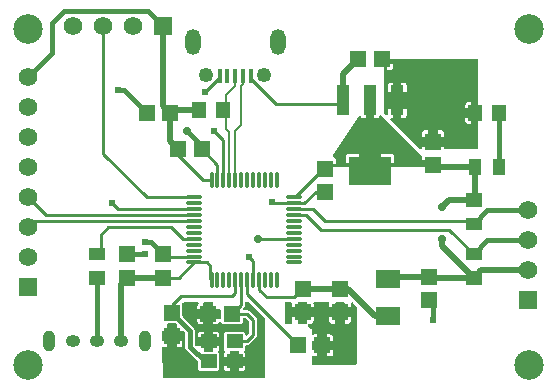
<source format=gtl>
G04 Layer: TopLayer*
G04 EasyEDA v6.5.39, 2024-01-11 12:10:10*
G04 6726c83836ac4f208e7d9a6969430780,b65fc79a3ba447d2aedd2257ff82dca6,10*
G04 Gerber Generator version 0.2*
G04 Scale: 100 percent, Rotated: No, Reflected: No *
G04 Dimensions in millimeters *
G04 leading zeros omitted , absolute positions ,4 integer and 5 decimal *
%FSLAX45Y45*%
%MOMM*%

%AMMACRO1*21,1,$1,$2,0,0,$3*%
%ADD10C,0.2540*%
%ADD11C,0.3810*%
%ADD12C,0.5080*%
%ADD13C,0.1270*%
%ADD14R,2.0000X1.6002*%
%ADD15MACRO1,1.35X1.41X-90.0000*%
%ADD16MACRO1,1.35X1.41X0.0000*%
%ADD17R,1.3500X1.4100*%
%ADD18MACRO1,1.35X1.41X90.0000*%
%ADD19R,1.0000X1.3995*%
%ADD20MACRO1,1.377X1.1325X0.0000*%
%ADD21R,1.3770X1.1325*%
%ADD22MACRO1,1.377X1.1325X90.0000*%
%ADD23R,1.1000X2.5000*%
%ADD24MACRO1,3.6X2.34X0.0000*%
%ADD25O,0.27000199999999996X1.499997*%
%ADD26O,1.499997X0.27000199999999996*%
%ADD27R,0.4500X1.2500*%
%ADD28MACRO1,1.2X1.4X90.0000*%
%ADD29R,1.4000X1.2000*%
%ADD30MACRO1,1.2X1.4X-90.0000*%
%ADD31R,1.5748X1.5748*%
%ADD32C,1.5748*%
%ADD33O,1.2999974X2.1999956000000003*%
%ADD34C,1.2500*%
%ADD35O,1.199896X0.9999979999999999*%
%ADD36O,0.9999979999999999X1.7999964*%
%ADD37C,0.7000*%
%ADD38C,0.6200*%
%ADD39C,2.5000*%
%ADD40C,0.0159*%

%LPD*%
G36*
X5757316Y4648200D02*
G01*
X5753404Y4648962D01*
X5750102Y4651197D01*
X5510072Y4891227D01*
X5507837Y4894529D01*
X5507075Y4898440D01*
X5507837Y4902301D01*
X5510072Y4905603D01*
X5513374Y4907838D01*
X5517235Y4908600D01*
X5530138Y4908600D01*
X5530138Y4990642D01*
X5483098Y4990642D01*
X5483098Y4942738D01*
X5482336Y4938826D01*
X5480100Y4935575D01*
X5476798Y4933340D01*
X5472938Y4932578D01*
X5469026Y4933340D01*
X5465724Y4935575D01*
X5451297Y4950002D01*
X5449062Y4953304D01*
X5448300Y4957216D01*
X5448300Y5400040D01*
X5449062Y5403951D01*
X5451297Y5407202D01*
X5454548Y5409438D01*
X5458460Y5410200D01*
X6238240Y5410200D01*
X6242151Y5409438D01*
X6245402Y5407202D01*
X6247638Y5403951D01*
X6248400Y5400040D01*
X6248400Y4658360D01*
X6247638Y4654448D01*
X6245402Y4651197D01*
X6242151Y4648962D01*
X6238240Y4648200D01*
X5970981Y4648200D01*
X5967069Y4648962D01*
X5963767Y4651197D01*
X5961583Y4654448D01*
X5960821Y4658360D01*
X5960821Y4668520D01*
X5907481Y4668520D01*
X5907481Y4658360D01*
X5906719Y4654448D01*
X5904534Y4651197D01*
X5901232Y4648962D01*
X5897321Y4648200D01*
X5837478Y4648200D01*
X5833567Y4648962D01*
X5830265Y4651197D01*
X5828080Y4654448D01*
X5827318Y4658360D01*
X5827318Y4668520D01*
X5773978Y4668520D01*
X5773978Y4658360D01*
X5773216Y4654448D01*
X5771032Y4651197D01*
X5767730Y4648962D01*
X5763818Y4648200D01*
G37*

%LPC*%
G36*
X5907481Y4751679D02*
G01*
X5960821Y4751679D01*
X5960821Y4780026D01*
X5960110Y4786376D01*
X5958179Y4791811D01*
X5955080Y4796739D01*
X5951016Y4800803D01*
X5946089Y4803902D01*
X5940653Y4805781D01*
X5934354Y4806492D01*
X5907481Y4806492D01*
G37*
G36*
X5773978Y4751679D02*
G01*
X5827318Y4751679D01*
X5827318Y4806492D01*
X5800445Y4806492D01*
X5794146Y4805781D01*
X5788710Y4803902D01*
X5783783Y4800803D01*
X5779719Y4796739D01*
X5776620Y4791811D01*
X5774690Y4786376D01*
X5773978Y4780026D01*
G37*
G36*
X6168542Y4858258D02*
G01*
X6189929Y4858258D01*
X6189929Y4912207D01*
X6142075Y4912207D01*
X6142075Y4884724D01*
X6142786Y4878374D01*
X6144666Y4872939D01*
X6147765Y4868011D01*
X6151880Y4863947D01*
X6156756Y4860848D01*
X6162192Y4858969D01*
G37*
G36*
X5597855Y4908600D02*
G01*
X5618429Y4908600D01*
X5624728Y4909312D01*
X5630214Y4911191D01*
X5635091Y4914290D01*
X5639206Y4918405D01*
X5642305Y4923282D01*
X5644184Y4928768D01*
X5644896Y4935067D01*
X5644896Y4990642D01*
X5597855Y4990642D01*
G37*
G36*
X6142075Y4993792D02*
G01*
X6189929Y4993792D01*
X6189929Y5047742D01*
X6168542Y5047742D01*
X6162192Y5047030D01*
X6156756Y5045151D01*
X6151880Y5042052D01*
X6147765Y5037988D01*
X6144666Y5033060D01*
X6142786Y5027625D01*
X6142075Y5021275D01*
G37*
G36*
X5483098Y5128361D02*
G01*
X5530138Y5128361D01*
X5530138Y5210403D01*
X5509564Y5210403D01*
X5503265Y5209692D01*
X5497779Y5207762D01*
X5492902Y5204714D01*
X5488787Y5200599D01*
X5485739Y5195722D01*
X5483809Y5190236D01*
X5483098Y5183936D01*
G37*
G36*
X5597855Y5128361D02*
G01*
X5644896Y5128361D01*
X5644896Y5183936D01*
X5644184Y5190236D01*
X5642305Y5195722D01*
X5639206Y5200599D01*
X5635091Y5204714D01*
X5630214Y5207762D01*
X5624728Y5209692D01*
X5618429Y5210403D01*
X5597855Y5210403D01*
G37*
G36*
X5475579Y5316778D02*
G01*
X5503926Y5316778D01*
X5510276Y5317490D01*
X5515711Y5319420D01*
X5520639Y5322519D01*
X5524703Y5326583D01*
X5527802Y5331510D01*
X5529681Y5336946D01*
X5530392Y5343245D01*
X5530392Y5370118D01*
X5475579Y5370118D01*
G37*

%LPD*%
G36*
X4971999Y4495800D02*
G01*
X4967732Y4496714D01*
X4964277Y4499356D01*
X4962194Y4503216D01*
X4961940Y4507534D01*
X4963515Y4511598D01*
X4974488Y4528007D01*
X4977485Y4530953D01*
X4981397Y4532426D01*
X4985562Y4532223D01*
X4989271Y4530344D01*
X4991912Y4527143D01*
X4993081Y4523079D01*
X5046421Y4523079D01*
X5046421Y4551426D01*
X5045710Y4557776D01*
X5043779Y4563211D01*
X5040680Y4568139D01*
X5036616Y4572203D01*
X5031689Y4575302D01*
X5026253Y4577181D01*
X5021224Y4578604D01*
X5018125Y4581347D01*
X5016398Y4585106D01*
X5016296Y4589221D01*
X5017820Y4593031D01*
X5238394Y4923891D01*
X5241239Y4926736D01*
X5244998Y4928260D01*
X5249011Y4928209D01*
X5252669Y4926584D01*
X5255463Y4923688D01*
X5258816Y4918405D01*
X5262880Y4914290D01*
X5267807Y4911191D01*
X5273243Y4909312D01*
X5279593Y4908600D01*
X5300167Y4908600D01*
X5300167Y4990795D01*
X5296408Y4992268D01*
X5293512Y4995011D01*
X5291937Y4998720D01*
X5291886Y5002733D01*
X5293410Y5006441D01*
X5315407Y5039360D01*
X5318455Y5042357D01*
X5322519Y5043830D01*
X5326786Y5043474D01*
X5330545Y5041392D01*
X5333085Y5037937D01*
X5334000Y5033721D01*
X5334203Y5029250D01*
X5334711Y5028488D01*
X5364886Y4998313D01*
X5367070Y4995011D01*
X5367832Y4991150D01*
X5367832Y4908600D01*
X5388406Y4908600D01*
X5394756Y4909312D01*
X5400192Y4911191D01*
X5405120Y4914290D01*
X5409184Y4918405D01*
X5412282Y4923282D01*
X5414111Y4928514D01*
X5416194Y4931968D01*
X5419496Y4934407D01*
X5423458Y4935270D01*
X5427472Y4934559D01*
X5430875Y4932324D01*
X5771438Y4591761D01*
X5773267Y4589322D01*
X5774283Y4586427D01*
X5774385Y4583430D01*
X5773978Y4580026D01*
X5773978Y4551680D01*
X5807303Y4551680D01*
X5811164Y4550918D01*
X5814466Y4548733D01*
X5850077Y4513122D01*
X5852261Y4509871D01*
X5853023Y4505960D01*
X5852261Y4502048D01*
X5850077Y4498797D01*
X5846775Y4496562D01*
X5842863Y4495800D01*
G37*

%LPC*%
G36*
X5430367Y4530344D02*
G01*
X5539892Y4530344D01*
X5539892Y4581906D01*
X5539181Y4588256D01*
X5537301Y4593691D01*
X5534202Y4598619D01*
X5530088Y4602683D01*
X5525211Y4605782D01*
X5519775Y4607712D01*
X5513425Y4608423D01*
X5430367Y4608423D01*
G37*
G36*
X5128107Y4530344D02*
G01*
X5237632Y4530344D01*
X5237632Y4608423D01*
X5154574Y4608423D01*
X5148224Y4607712D01*
X5142788Y4605782D01*
X5137912Y4602683D01*
X5133797Y4598619D01*
X5130698Y4593691D01*
X5128818Y4588256D01*
X5128107Y4581906D01*
G37*

%LPD*%
G36*
X4848860Y2819400D02*
G01*
X4844948Y2820162D01*
X4841697Y2822397D01*
X4839462Y2825648D01*
X4838700Y2829560D01*
X4838700Y2881680D01*
X4839563Y2885846D01*
X4842103Y2889250D01*
X4845761Y2891383D01*
X4849977Y2891790D01*
X4856073Y2891078D01*
X4884420Y2891078D01*
X4884420Y2944418D01*
X4848860Y2944418D01*
X4844948Y2945180D01*
X4841697Y2947365D01*
X4839462Y2950667D01*
X4838700Y2954578D01*
X4838700Y3014421D01*
X4839462Y3018332D01*
X4841697Y3021634D01*
X4844948Y3023819D01*
X4848860Y3024581D01*
X4884420Y3024581D01*
X4884420Y3077921D01*
X4856073Y3077921D01*
X4849977Y3077210D01*
X4845761Y3077616D01*
X4842103Y3079750D01*
X4839563Y3083153D01*
X4838700Y3087319D01*
X4838700Y3123184D01*
X4837988Y3124911D01*
X4811166Y3151733D01*
X4808931Y3155035D01*
X4808169Y3158947D01*
X4808931Y3162808D01*
X4811166Y3166110D01*
X4814468Y3168294D01*
X4818329Y3169107D01*
X4829454Y3169107D01*
X4835753Y3169818D01*
X4841189Y3171698D01*
X4846116Y3174796D01*
X4850180Y3178860D01*
X4853279Y3183788D01*
X4855210Y3189224D01*
X4855921Y3195574D01*
X4855921Y3223920D01*
X4802581Y3223920D01*
X4802581Y3172460D01*
X4801819Y3168548D01*
X4799634Y3165297D01*
X4796332Y3163062D01*
X4792421Y3162300D01*
X4732578Y3162300D01*
X4728667Y3163062D01*
X4725365Y3165297D01*
X4723180Y3168548D01*
X4722418Y3172460D01*
X4722418Y3223920D01*
X4669078Y3223920D01*
X4669078Y3195574D01*
X4669790Y3189224D01*
X4671720Y3183788D01*
X4675428Y3177895D01*
X4676902Y3173831D01*
X4676597Y3169564D01*
X4674514Y3165805D01*
X4671060Y3163214D01*
X4666843Y3162300D01*
X4620260Y3162300D01*
X4616348Y3163062D01*
X4613097Y3165297D01*
X4610862Y3168548D01*
X4610100Y3172460D01*
X4610100Y3342132D01*
X4610862Y3346043D01*
X4613097Y3349294D01*
X4616348Y3351529D01*
X4620260Y3352292D01*
X4659630Y3352292D01*
X4663795Y3351428D01*
X4667199Y3348888D01*
X4669282Y3345230D01*
X4669739Y3341014D01*
X4669078Y3335426D01*
X4669078Y3307079D01*
X4722418Y3307079D01*
X4722418Y3342640D01*
X4723180Y3346551D01*
X4725365Y3349802D01*
X4728667Y3352037D01*
X4732578Y3352800D01*
X4792421Y3352800D01*
X4796332Y3352037D01*
X4799634Y3349802D01*
X4801819Y3346551D01*
X4802581Y3342640D01*
X4802581Y3307079D01*
X4855921Y3307079D01*
X4855921Y3335426D01*
X4855210Y3341522D01*
X4855616Y3345738D01*
X4857750Y3349396D01*
X4861153Y3351936D01*
X4865319Y3352800D01*
X4977180Y3352800D01*
X4981346Y3351936D01*
X4984750Y3349396D01*
X4986883Y3345738D01*
X4987290Y3341522D01*
X4986578Y3335426D01*
X4986578Y3307079D01*
X5039918Y3307079D01*
X5039918Y3342640D01*
X5040680Y3346551D01*
X5042865Y3349802D01*
X5046167Y3352037D01*
X5050078Y3352800D01*
X5109921Y3352800D01*
X5113832Y3352037D01*
X5117134Y3349802D01*
X5119319Y3346551D01*
X5120081Y3342640D01*
X5120081Y3307079D01*
X5173421Y3307079D01*
X5173421Y3335426D01*
X5172964Y3339490D01*
X5173319Y3343605D01*
X5175351Y3347262D01*
X5178653Y3349802D01*
X5182666Y3350768D01*
X5186781Y3350056D01*
X5190236Y3347821D01*
X5216702Y3321304D01*
X5218938Y3318001D01*
X5219700Y3314141D01*
X5219700Y2829560D01*
X5218938Y2825648D01*
X5216702Y2822397D01*
X5213451Y2820162D01*
X5209540Y2819400D01*
G37*

%LPC*%
G36*
X4967579Y2891078D02*
G01*
X4995926Y2891078D01*
X5002276Y2891790D01*
X5007711Y2893720D01*
X5012639Y2896819D01*
X5016703Y2900883D01*
X5019802Y2905810D01*
X5021681Y2911246D01*
X5022392Y2917545D01*
X5022392Y2944418D01*
X4967579Y2944418D01*
G37*
G36*
X4967579Y3024581D02*
G01*
X5022392Y3024581D01*
X5022392Y3051454D01*
X5021681Y3057753D01*
X5019802Y3063189D01*
X5016703Y3068116D01*
X5012639Y3072180D01*
X5007711Y3075279D01*
X5002276Y3077210D01*
X4995926Y3077921D01*
X4967579Y3077921D01*
G37*
G36*
X5013045Y3169107D02*
G01*
X5039918Y3169107D01*
X5039918Y3223920D01*
X4986578Y3223920D01*
X4986578Y3195574D01*
X4987290Y3189224D01*
X4989220Y3183788D01*
X4992319Y3178860D01*
X4996383Y3174796D01*
X5001310Y3171698D01*
X5006746Y3169818D01*
G37*
G36*
X5120081Y3169107D02*
G01*
X5146954Y3169107D01*
X5153253Y3169818D01*
X5158689Y3171698D01*
X5163616Y3174796D01*
X5167680Y3178860D01*
X5170779Y3183788D01*
X5172710Y3189224D01*
X5173421Y3195574D01*
X5173421Y3223920D01*
X5120081Y3223920D01*
G37*

%LPD*%
G36*
X3592322Y2710992D02*
G01*
X3588562Y2711704D01*
X3585311Y2713837D01*
X3583076Y2716987D01*
X3582212Y2720746D01*
X3572154Y2961843D01*
X3572713Y2965704D01*
X3574745Y2969056D01*
X3577894Y2971393D01*
X3581654Y2972358D01*
X3590645Y2971292D01*
X3617518Y2971292D01*
X3617518Y3020720D01*
X3580079Y3020720D01*
X3576167Y3021482D01*
X3572865Y3023666D01*
X3570681Y3026968D01*
X3569868Y3030880D01*
X3569868Y3093720D01*
X3570681Y3097631D01*
X3572865Y3100933D01*
X3576167Y3103118D01*
X3580079Y3103880D01*
X3617518Y3103880D01*
X3617518Y3161131D01*
X3618280Y3165043D01*
X3620465Y3168294D01*
X3623767Y3170529D01*
X3627678Y3171291D01*
X3687521Y3171291D01*
X3691432Y3170529D01*
X3694734Y3168294D01*
X3696919Y3165043D01*
X3697681Y3161131D01*
X3697681Y3103880D01*
X3755745Y3103880D01*
X3759606Y3103118D01*
X3762908Y3100984D01*
X3767378Y3096564D01*
X3769664Y3093212D01*
X3770426Y3089300D01*
X3770426Y2972308D01*
X3771239Y2964078D01*
X3773474Y2956661D01*
X3777132Y2949854D01*
X3782364Y2943453D01*
X3873195Y2852623D01*
X3875430Y2849372D01*
X3876192Y2845460D01*
X3876192Y2789275D01*
X3876751Y2784144D01*
X3878275Y2779826D01*
X3880713Y2775966D01*
X3883964Y2772714D01*
X3887825Y2770276D01*
X3892143Y2768803D01*
X3897274Y2768193D01*
X4036110Y2768193D01*
X4041241Y2768803D01*
X4045559Y2770276D01*
X4049471Y2772714D01*
X4052671Y2775966D01*
X4055110Y2779826D01*
X4056634Y2784144D01*
X4057192Y2789275D01*
X4057192Y2908147D01*
X4056634Y2913278D01*
X4055110Y2917596D01*
X4052671Y2921457D01*
X4045864Y2927908D01*
X4044238Y2931668D01*
X4044238Y2935732D01*
X4045864Y2939491D01*
X4052671Y2945942D01*
X4055110Y2949854D01*
X4056634Y2954172D01*
X4057192Y2959303D01*
X4057192Y2982366D01*
X4008069Y2982366D01*
X4008069Y2939389D01*
X4007256Y2935478D01*
X4005072Y2932176D01*
X4001770Y2929991D01*
X3997909Y2929229D01*
X3935526Y2929229D01*
X3931615Y2929991D01*
X3928313Y2932176D01*
X3926128Y2935478D01*
X3925366Y2939389D01*
X3925366Y2982366D01*
X3875481Y2982366D01*
X3873296Y2979013D01*
X3870045Y2976727D01*
X3866083Y2975914D01*
X3862171Y2976676D01*
X3858869Y2978912D01*
X3852519Y2985211D01*
X3850335Y2988513D01*
X3849573Y2992374D01*
X3849573Y3109417D01*
X3848760Y3117596D01*
X3846525Y3125012D01*
X3842867Y3131870D01*
X3837635Y3138220D01*
X3748582Y3227273D01*
X3746398Y3230575D01*
X3745585Y3234436D01*
X3745585Y3332226D01*
X3745026Y3337356D01*
X3745433Y3341573D01*
X3747515Y3345230D01*
X3750868Y3347720D01*
X3754983Y3348685D01*
X3871772Y3350361D01*
X3875684Y3349650D01*
X3879037Y3347465D01*
X3881272Y3344164D01*
X3882085Y3340252D01*
X3881323Y3336340D01*
X3879087Y3333038D01*
X3877513Y3331464D01*
X3875074Y3327552D01*
X3873550Y3323234D01*
X3872992Y3318154D01*
X3872992Y3291281D01*
X3922420Y3291281D01*
X3922420Y3341065D01*
X3923182Y3344926D01*
X3925315Y3348228D01*
X3928567Y3350412D01*
X3932428Y3351225D01*
X3995267Y3352139D01*
X3999229Y3351428D01*
X4002582Y3349244D01*
X4004818Y3345942D01*
X4005579Y3341979D01*
X4005579Y3291281D01*
X4062831Y3291281D01*
X4066743Y3290519D01*
X4069994Y3288334D01*
X4072229Y3285032D01*
X4072991Y3281121D01*
X4072991Y3221278D01*
X4072229Y3217367D01*
X4069994Y3214065D01*
X4066743Y3211880D01*
X4062831Y3211118D01*
X4005579Y3211118D01*
X4005579Y3163214D01*
X4033926Y3163214D01*
X4039057Y3163773D01*
X4043375Y3165297D01*
X4047236Y3167735D01*
X4050487Y3170936D01*
X4052925Y3174847D01*
X4054398Y3179114D01*
X4056532Y3182670D01*
X4059936Y3185058D01*
X4064000Y3185922D01*
X4068064Y3185058D01*
X4071467Y3182670D01*
X4073601Y3179114D01*
X4075074Y3174847D01*
X4077512Y3170936D01*
X4080764Y3167735D01*
X4084624Y3165297D01*
X4088942Y3163773D01*
X4094073Y3163214D01*
X4233926Y3163214D01*
X4239056Y3163773D01*
X4243374Y3165297D01*
X4247235Y3167735D01*
X4250486Y3170936D01*
X4252925Y3174847D01*
X4254449Y3179165D01*
X4255008Y3184245D01*
X4255008Y3207816D01*
X4255770Y3211728D01*
X4258005Y3215030D01*
X4261307Y3217214D01*
X4265168Y3217976D01*
X4274616Y3217976D01*
X4278528Y3217214D01*
X4281830Y3215030D01*
X4307230Y3189630D01*
X4309414Y3186328D01*
X4310176Y3182416D01*
X4310176Y3091383D01*
X4309414Y3087471D01*
X4307230Y3084169D01*
X4294530Y3071520D01*
X4291431Y3069386D01*
X4287723Y3068523D01*
X4284014Y3069132D01*
X4280763Y3071012D01*
X4278376Y3073958D01*
X4277258Y3077565D01*
X4276648Y3083255D01*
X4275124Y3087573D01*
X4272686Y3091484D01*
X4269435Y3094685D01*
X4265574Y3097123D01*
X4261256Y3098647D01*
X4256125Y3099206D01*
X4117289Y3099206D01*
X4112158Y3098647D01*
X4107840Y3097123D01*
X4103928Y3094685D01*
X4100728Y3091484D01*
X4098290Y3087573D01*
X4096765Y3083255D01*
X4096207Y3078124D01*
X4096207Y2959303D01*
X4096765Y2954172D01*
X4098290Y2949854D01*
X4100728Y2945942D01*
X4107535Y2939491D01*
X4109161Y2935732D01*
X4109161Y2931668D01*
X4107535Y2927908D01*
X4100728Y2921457D01*
X4098290Y2917596D01*
X4096765Y2913278D01*
X4096207Y2908147D01*
X4096207Y2885084D01*
X4145330Y2885084D01*
X4145330Y2928061D01*
X4146143Y2931922D01*
X4148328Y2935224D01*
X4151629Y2937408D01*
X4155490Y2938221D01*
X4217873Y2938221D01*
X4221784Y2937408D01*
X4225086Y2935224D01*
X4227271Y2931922D01*
X4228033Y2928061D01*
X4228033Y2885084D01*
X4277207Y2885084D01*
X4277207Y2908147D01*
X4276648Y2913278D01*
X4275124Y2917596D01*
X4272686Y2921457D01*
X4265828Y2927908D01*
X4264253Y2931668D01*
X4264253Y2935732D01*
X4265828Y2939491D01*
X4272686Y2945942D01*
X4275124Y2949854D01*
X4276648Y2954172D01*
X4277207Y2959303D01*
X4277207Y2975356D01*
X4277918Y2979013D01*
X4279849Y2982214D01*
X4282846Y2984449D01*
X4286453Y2985465D01*
X4295648Y2986328D01*
X4302201Y2988411D01*
X4308297Y2991967D01*
X4312462Y2995523D01*
X4366514Y3049524D01*
X4371187Y3055366D01*
X4374337Y3061512D01*
X4376166Y3068320D01*
X4376623Y3073806D01*
X4376623Y3199892D01*
X4375810Y3207308D01*
X4373676Y3213862D01*
X4370171Y3220008D01*
X4366615Y3224174D01*
X4316476Y3274314D01*
X4310634Y3278987D01*
X4304487Y3282137D01*
X4297680Y3283965D01*
X4292193Y3284423D01*
X4268724Y3284423D01*
X4264812Y3285185D01*
X4261510Y3287369D01*
X4259326Y3290671D01*
X4258564Y3294583D01*
X4259326Y3298444D01*
X4261510Y3301746D01*
X4264914Y3305149D01*
X4269587Y3310940D01*
X4272737Y3317138D01*
X4274566Y3323945D01*
X4275023Y3329381D01*
X4275023Y3346196D01*
X4275785Y3350056D01*
X4277918Y3353308D01*
X4281170Y3355543D01*
X4285030Y3356356D01*
X4302556Y3356610D01*
X4306519Y3355848D01*
X4309922Y3353612D01*
X4443222Y3220313D01*
X4445406Y3217011D01*
X4446219Y3213150D01*
X4446219Y2721152D01*
X4445406Y2717241D01*
X4443222Y2713990D01*
X4439920Y2711754D01*
X4436059Y2710992D01*
G37*

%LPC*%
G36*
X4228033Y2768193D02*
G01*
X4256125Y2768193D01*
X4261256Y2768803D01*
X4265574Y2770276D01*
X4269435Y2772714D01*
X4272686Y2775966D01*
X4275124Y2779826D01*
X4276648Y2784144D01*
X4277207Y2789275D01*
X4277207Y2812338D01*
X4228033Y2812338D01*
G37*
G36*
X4117289Y2768193D02*
G01*
X4145330Y2768193D01*
X4145330Y2812338D01*
X4096207Y2812338D01*
X4096207Y2789275D01*
X4096765Y2784144D01*
X4098290Y2779826D01*
X4100728Y2775966D01*
X4103928Y2772714D01*
X4107840Y2770276D01*
X4112158Y2768803D01*
G37*
G36*
X3697681Y2971292D02*
G01*
X3724554Y2971292D01*
X3729634Y2971850D01*
X3733952Y2973374D01*
X3737864Y2975813D01*
X3741064Y2979064D01*
X3743502Y2982925D01*
X3745026Y2987243D01*
X3745585Y2992374D01*
X3745585Y3020720D01*
X3697681Y3020720D01*
G37*
G36*
X3876192Y3055061D02*
G01*
X3925366Y3055061D01*
X3925366Y3099206D01*
X3897274Y3099206D01*
X3892143Y3098647D01*
X3887825Y3097123D01*
X3883964Y3094685D01*
X3880713Y3091484D01*
X3878275Y3087573D01*
X3876751Y3083255D01*
X3876192Y3078124D01*
G37*
G36*
X4008069Y3055061D02*
G01*
X4057192Y3055061D01*
X4057192Y3078124D01*
X4056634Y3083255D01*
X4055110Y3087573D01*
X4052671Y3091484D01*
X4049471Y3094685D01*
X4045559Y3097123D01*
X4041241Y3098647D01*
X4036110Y3099206D01*
X4008069Y3099206D01*
G37*
G36*
X3894074Y3163214D02*
G01*
X3922420Y3163214D01*
X3922420Y3211118D01*
X3872992Y3211118D01*
X3872992Y3184245D01*
X3873550Y3179165D01*
X3875074Y3174847D01*
X3877513Y3170936D01*
X3880764Y3167735D01*
X3884625Y3165297D01*
X3888943Y3163773D01*
G37*

%LPD*%
D10*
X3860800Y4036212D02*
G01*
X2506599Y4036212D01*
X2456992Y3986606D01*
X4692192Y4237405D02*
G01*
X4694610Y4237405D01*
X4811527Y4354319D01*
X4938773Y4481573D01*
X4953000Y4481573D01*
D11*
X3657600Y3262299D02*
G01*
X3810000Y3109899D01*
X3810000Y2971800D01*
X3933106Y2848701D01*
X3966700Y2848701D01*
D10*
X4692192Y4187393D02*
G01*
X4499406Y4187393D01*
X4495800Y4191000D01*
X4342206Y3537407D02*
G01*
X4342206Y3696893D01*
X4305300Y3733800D01*
X4392193Y3537407D02*
G01*
X4392193Y3456406D01*
X4457700Y3390900D01*
X4687912Y3390900D01*
X4762500Y3465494D01*
D12*
X3710000Y4648200D02*
G01*
X3643299Y4714900D01*
X3643299Y4953000D01*
X3643299Y4953000D02*
G01*
X3668699Y4978400D01*
X3887800Y4978400D01*
D10*
X3709926Y4648200D02*
G01*
X3709926Y4595873D01*
X3918407Y4387392D01*
X3992194Y4387392D01*
D13*
X4192015Y5263134D02*
G01*
X4192015Y5182615D01*
X4114800Y5105400D01*
X4114800Y4816094D01*
X4138168Y4792726D01*
X4138168Y4470145D01*
X4142231Y4466081D01*
X4142231Y4387342D01*
D10*
X4692192Y3887393D02*
G01*
X4382693Y3887393D01*
X4381500Y3886200D01*
X4062041Y5263108D02*
G01*
X4062041Y5255841D01*
X3937000Y5130800D01*
D12*
X5829300Y3567092D02*
G01*
X5838791Y3557600D01*
X6210300Y3557600D01*
D11*
X6429629Y4495800D02*
G01*
X6424599Y4500829D01*
X6424599Y4953000D01*
D12*
X6210300Y4214809D02*
G01*
X6219570Y4224080D01*
X6219570Y4495800D01*
X5104002Y5059502D02*
G01*
X5104002Y5280195D01*
X5234007Y5410200D01*
D10*
X5104002Y5059502D02*
G01*
X5073700Y5029200D01*
X4533900Y5029200D01*
X4322038Y5241061D01*
X4322038Y5263108D01*
D11*
X5829300Y3367092D02*
G01*
X5867400Y3328992D01*
X5867400Y3200400D01*
X3276600Y3757599D02*
G01*
X3278200Y3759200D01*
X3429000Y3759200D01*
X3581400Y3757599D02*
G01*
X3478199Y3860800D01*
X3429000Y3860800D01*
D10*
X3149600Y4191000D02*
G01*
X3203193Y4137405D01*
X3842207Y4137405D01*
D12*
X3581400Y3557600D02*
G01*
X3276600Y3557600D01*
D11*
X3022600Y3557600D02*
G01*
X3022625Y3557574D01*
X3022625Y3022600D01*
X6210300Y4014784D02*
G01*
X6323015Y4127500D01*
X6667500Y4127500D01*
D12*
X5486400Y3550894D02*
G01*
X5502597Y3567092D01*
X5829300Y3567092D01*
X5080000Y3465576D02*
G01*
X5145024Y3465576D01*
X5379720Y3230879D01*
X5486400Y3230879D01*
X4762500Y3465494D02*
G01*
X5080000Y3465494D01*
D11*
X6210300Y3757599D02*
G01*
X6326200Y3873500D01*
X6667500Y3873500D01*
D10*
X4241800Y3530600D02*
G01*
X4241800Y3329000D01*
X4163999Y3251200D01*
X4292193Y3537407D02*
G01*
X4292193Y3418306D01*
X4726000Y2984500D01*
X4692192Y4187393D02*
G01*
X4778700Y4187393D01*
X4872807Y4281500D01*
X4953000Y4281500D01*
X3581400Y3757599D02*
G01*
X3601593Y3737406D01*
X3842207Y3737406D01*
X3842207Y3687394D02*
G01*
X3712413Y3557600D01*
X3581400Y3557600D01*
D11*
X3909999Y4648200D02*
G01*
X3909999Y4675200D01*
X3784600Y4800600D01*
D10*
X3842207Y4087393D02*
G01*
X2592806Y4087393D01*
X2438400Y4241800D01*
D12*
X3276600Y3557600D02*
G01*
X3222472Y3503472D01*
X3222472Y3022600D01*
X6210300Y3557600D02*
G01*
X6272199Y3619500D01*
X6667500Y3619500D01*
X5867400Y4510107D02*
G01*
X5881707Y4495800D01*
X6219570Y4495800D01*
X5943600Y4152900D02*
G01*
X6005509Y4214809D01*
X6210300Y4214809D01*
D10*
X3979491Y3550109D02*
G01*
X3979491Y3657600D01*
X3949697Y3687394D01*
X3842207Y3687394D01*
X6210300Y4014726D02*
G01*
X6186426Y4038600D01*
X4953000Y4038600D01*
X4854193Y4137405D01*
X4692192Y4137405D01*
D11*
X3581400Y5689600D02*
G01*
X3454400Y5816600D01*
X2743200Y5816600D01*
X2641600Y5715000D01*
X2641600Y5461000D01*
X2438400Y5257800D01*
D10*
X6210300Y3757599D02*
G01*
X6005499Y3962400D01*
X4914900Y3962400D01*
X4789906Y4087393D01*
X4692192Y4087393D01*
X3909999Y4648200D02*
G01*
X4042206Y4515993D01*
X4042206Y4387392D01*
D13*
X4257040Y5263134D02*
G01*
X4257040Y5201665D01*
X4240784Y5185410D01*
X4240784Y4849368D01*
X4192270Y4800600D01*
X4192270Y4387342D01*
D10*
X3053841Y3743705D02*
G01*
X3053841Y3923029D01*
X3118611Y3987800D01*
X3649725Y3987800D01*
X3752595Y3887470D01*
X3842258Y3887470D01*
X4192270Y3537457D02*
G01*
X4192270Y3430270D01*
X4165600Y3403600D01*
X3733800Y3403600D01*
X3657600Y3327400D01*
X3657600Y3262376D01*
X4013200Y4800600D02*
G01*
X4092191Y4721608D01*
X4092191Y4387390D01*
X4186707Y3018713D02*
G01*
X4288713Y3018713D01*
X4343400Y3073400D01*
X4343400Y3200400D01*
X4292600Y3251200D01*
X4163999Y3251200D01*
D12*
X6210300Y3557600D02*
G01*
X5943600Y3824300D01*
X5943600Y3886200D01*
X3643299Y4953000D02*
G01*
X3581400Y5014899D01*
X3581400Y5689600D01*
D10*
X3842258Y4237481D02*
G01*
X3441700Y4237481D01*
X3073400Y4605781D01*
X3073400Y5689600D01*
D11*
X3443300Y4953000D02*
G01*
X3252800Y5143500D01*
X3200400Y5143500D01*
D14*
G01*
X5486400Y3230879D03*
G01*
X5486400Y3550894D03*
D15*
G01*
X3443297Y4953000D03*
G01*
X3643302Y4953000D03*
D16*
G01*
X3581400Y3757602D03*
D17*
G01*
X3581400Y3557600D03*
D16*
G01*
X4953000Y4281497D03*
D17*
G01*
X4953000Y4481499D03*
D16*
G01*
X3276600Y3757602D03*
D17*
G01*
X3276600Y3557600D03*
D18*
G01*
X3910002Y4648200D03*
G01*
X3709997Y4648200D03*
D16*
G01*
X4762500Y3265497D03*
D17*
G01*
X4762500Y3465499D03*
D16*
G01*
X5080000Y3265497D03*
D17*
G01*
X5080000Y3465499D03*
D16*
G01*
X5829300Y3367097D03*
D17*
G01*
X5829300Y3567099D03*
D18*
G01*
X4926002Y2984500D03*
G01*
X4725997Y2984500D03*
D15*
G01*
X3963997Y3251200D03*
G01*
X4164002Y3251200D03*
D16*
G01*
X3657600Y3062297D03*
D17*
G01*
X3657600Y3262299D03*
D18*
G01*
X5434002Y5410200D03*
G01*
X5233997Y5410200D03*
D16*
G01*
X5867400Y4710102D03*
D17*
G01*
X5867400Y4510100D03*
D19*
G01*
X6219570Y4495800D03*
G01*
X6429629Y4495800D03*
D20*
G01*
X3022600Y3557595D03*
D21*
G01*
X3022600Y3757599D03*
D22*
G01*
X4087804Y4978400D03*
G01*
X3887795Y4978400D03*
G01*
X6424604Y4953000D03*
G01*
X6224595Y4953000D03*
D20*
G01*
X6210300Y4214804D03*
D21*
G01*
X6210300Y4014800D03*
D20*
G01*
X6210300Y3557595D03*
D21*
G01*
X6210300Y3757599D03*
D23*
G01*
X5563997Y5059502D03*
G01*
X5334000Y5059502D03*
G01*
X5104002Y5059502D03*
D24*
G01*
X5334000Y4465497D03*
D25*
G01*
X3992194Y3537407D03*
G01*
X4042206Y3537407D03*
G01*
X4092193Y3537407D03*
G01*
X4142206Y3537407D03*
G01*
X4192193Y3537407D03*
G01*
X4242206Y3537407D03*
G01*
X4292193Y3537407D03*
G01*
X4342206Y3537407D03*
G01*
X4392193Y3537407D03*
G01*
X4442206Y3537407D03*
G01*
X4492193Y3537407D03*
G01*
X4542205Y3537407D03*
D26*
G01*
X4692192Y3687394D03*
G01*
X4692192Y3737406D03*
G01*
X4692192Y3787394D03*
G01*
X4692192Y3837406D03*
G01*
X4692192Y3887393D03*
G01*
X4692192Y3937406D03*
G01*
X4692192Y3987393D03*
G01*
X4692192Y4037406D03*
G01*
X4692192Y4087393D03*
G01*
X4692192Y4137405D03*
G01*
X4692192Y4187393D03*
G01*
X4692192Y4237405D03*
D25*
G01*
X4542205Y4387392D03*
G01*
X4492193Y4387392D03*
G01*
X4442206Y4387392D03*
G01*
X4392193Y4387392D03*
G01*
X4342206Y4387392D03*
G01*
X4292193Y4387392D03*
G01*
X4242206Y4387392D03*
G01*
X4192193Y4387392D03*
G01*
X4142206Y4387392D03*
G01*
X4092193Y4387392D03*
G01*
X4042206Y4387392D03*
G01*
X3992194Y4387392D03*
D26*
G01*
X3842207Y4237405D03*
G01*
X3842207Y4187393D03*
G01*
X3842207Y4137405D03*
G01*
X3842207Y4087393D03*
G01*
X3842207Y4037406D03*
G01*
X3842207Y3987393D03*
G01*
X3842207Y3937406D03*
G01*
X3842207Y3887393D03*
G01*
X3842207Y3837406D03*
G01*
X3842207Y3787394D03*
G01*
X3842207Y3737406D03*
G01*
X3842207Y3687394D03*
D27*
G01*
X4127042Y5263108D03*
G01*
X4192041Y5263108D03*
G01*
X4257040Y5263108D03*
G01*
X4322038Y5263108D03*
G01*
X4062044Y5263108D03*
D28*
G01*
X3966700Y2848711D03*
G01*
X4186699Y2848711D03*
D29*
G01*
X4186707Y3018713D03*
D30*
G01*
X3966700Y3018713D03*
D31*
G01*
X6667500Y3365500D03*
D32*
G01*
X6667500Y3619500D03*
G01*
X6667500Y3873500D03*
G01*
X6667500Y4127500D03*
D31*
G01*
X2438400Y3479800D03*
D32*
G01*
X2438400Y3733800D03*
G01*
X2438400Y3987800D03*
G01*
X2438400Y4241800D03*
G01*
X2438400Y4495800D03*
G01*
X2438400Y4749800D03*
G01*
X2438400Y5003800D03*
G01*
X2438400Y5257800D03*
D31*
G01*
X3581400Y5689600D03*
D32*
G01*
X3327400Y5689600D03*
G01*
X3073400Y5689600D03*
G01*
X2819400Y5689600D03*
D33*
G01*
X3831005Y5557240D03*
G01*
X4550994Y5557291D03*
D34*
G01*
X4433493Y5277281D03*
G01*
X3948506Y5277281D03*
D35*
G01*
X2822727Y3022600D03*
G01*
X3022625Y3022600D03*
G01*
X3222472Y3022600D03*
D36*
G01*
X3432530Y3022600D03*
G01*
X2612643Y3022600D03*
D37*
G01*
X3784600Y4800600D03*
D38*
G01*
X3149600Y4191000D03*
G01*
X3429000Y3860800D03*
G01*
X3429000Y3759200D03*
G01*
X5867400Y3200400D03*
G01*
X6057900Y5105400D03*
G01*
X5943600Y4953000D03*
G01*
X5715000Y5105400D03*
G01*
X5715000Y5334000D03*
G01*
X3937000Y5130800D03*
D37*
G01*
X4381500Y3886200D03*
D38*
G01*
X4013200Y4800600D03*
G01*
X3200400Y5143500D03*
G01*
X4343400Y2933700D03*
G01*
X3810000Y3327400D03*
G01*
X3606800Y2895600D03*
G01*
X3810000Y3225800D03*
G01*
X5143500Y2933700D03*
G01*
X5143500Y3124200D03*
G01*
X4914900Y3200400D03*
G01*
X4305300Y3733800D03*
G01*
X4504893Y4200093D03*
D37*
G01*
X5943600Y3886200D03*
G01*
X5943600Y4152900D03*
D39*
G01*
X6680200Y2819400D03*
G01*
X6680200Y5664200D03*
G01*
X2438400Y5664200D03*
G01*
X2438400Y2819400D03*
M02*

</source>
